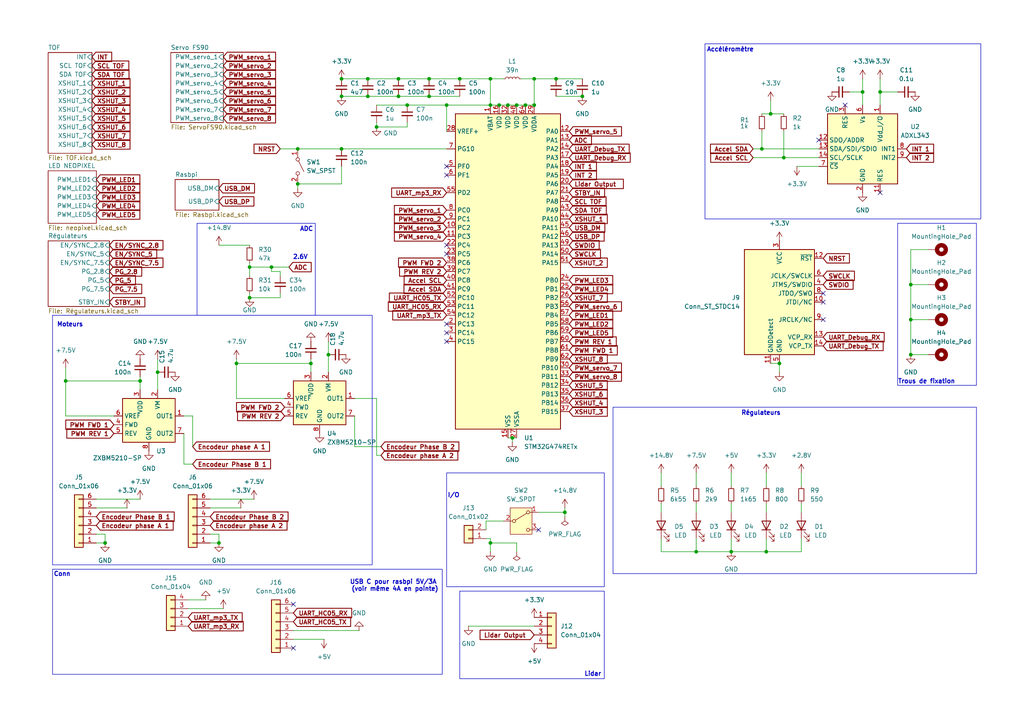
<source format=kicad_sch>
(kicad_sch (version 20250114) (generator "eeschema") (generator_version "9.0")
  (paper "A4")
  (rectangle (start 177.8 118.11) (end 283.21 166.37))
  (rectangle (start 15.24 165.1) (end 128.27 195.58))
  (rectangle (start 129.54 137.16) (end 175.26 170.18))
  (rectangle (start 260.35 64.77) (end 283.21 111.76))
  (rectangle (start 15.24 91.44) (end 107.95 163.83))
  (rectangle (start 57.15 64.77) (end 91.44 91.44))
  (rectangle (start 204.47 12.7) (end 284.48 63.5))
  (rectangle (start 133.35 171.45) (end 175.26 196.85))
  (text "Moteurs" (at 20.32 94.234 0) (effects (font (size 1.27 1.27) (thickness 0.254) (bold yes))))
  (text "Conn" (at 18.034 166.624 0) (effects (font (size 1.27 1.27) (thickness 0.254) (bold yes))))
  (text "Lidar" (at 171.958 195.58 0) (effects (font (size 1.27 1.27) (thickness 0.254) (bold yes))))
  (text "ADC" (at 88.9 66.548 0) (effects (font (size 1.27 1.27) (thickness 0.254) (bold yes))))
  (text "Trous de fixation" (at 268.732 110.744 0) (effects (font (size 1.27 1.27) (thickness 0.254) (bold yes))))
  (text "Accéléromètre\n" (at 211.836 14.478 0) (effects (font (size 1.27 1.27) (thickness 0.254) (bold yes))))
  (text "I/O" (at 131.572 143.764 0) (effects (font (size 1.27 1.27) (thickness 0.254) (bold yes))))
  (text "USB C pour rasbpi 5V/3A \n(voir même 4A en pointe)" (at 114.554 169.926 0) (effects (font (size 1.27 1.27) (thickness 0.254) (bold yes))))
  (text "Régulateurs\n" (at 220.726 119.888 0) (effects (font (size 1.27 1.27) (thickness 0.254) (bold yes))))
  (text "2.6V" (at 87.122 74.676 0) (effects (font (size 1.27 1.27) (thickness 0.254) (bold yes))))
  (junction (at 250.19 26.67))
  (junction (at 106.68 22.86))
  (junction (at 148.59 127))
  (junction (at 220.98 43.18))
  (junction (at 142.24 157.48))
  (junction (at 227.33 45.72))
  (junction (at 115.57 27.94))
  (junction (at 163.83 148.59))
  (junction (at 161.29 22.86))
  (junction (at 142.24 22.86))
  (junction (at 255.27 26.67))
  (junction (at 147.32 30.48))
  (junction (at 115.57 22.86))
  (junction (at 86.36 53.34))
  (junction (at 19.05 110.49))
  (junction (at 68.58 105.41))
  (junction (at 63.5 157.48))
  (junction (at 99.06 27.94))
  (junction (at 124.46 22.86))
  (junction (at 72.39 77.47))
  (junction (at 152.4 30.48))
  (junction (at 168.91 27.94))
  (junction (at 90.17 105.41))
  (junction (at 133.35 22.86))
  (junction (at 129.54 30.48))
  (junction (at 264.16 92.71))
  (junction (at 264.16 102.87))
  (junction (at 99.06 22.86))
  (junction (at 124.46 27.94))
  (junction (at 142.24 30.48))
  (junction (at 212.09 160.02))
  (junction (at 99.06 43.18))
  (junction (at 264.16 82.55))
  (junction (at 30.48 157.48))
  (junction (at 95.25 102.87))
  (junction (at 201.93 160.02))
  (junction (at 154.94 22.86))
  (junction (at 149.86 30.48))
  (junction (at 223.52 33.02))
  (junction (at 78.74 77.47))
  (junction (at 144.78 30.48))
  (junction (at 222.25 160.02))
  (junction (at 72.39 86.36))
  (junction (at 226.06 105.41))
  (junction (at 154.94 30.48))
  (junction (at 118.11 30.48))
  (junction (at 106.68 27.94))
  (junction (at 109.22 36.83))
  (junction (at 45.72 107.95))
  (junction (at 40.64 110.49))
  (junction (at 86.36 43.18))
  (no_connect (at 129.54 48.26))
  (no_connect (at 255.27 55.88))
  (no_connect (at 245.11 30.48))
  (no_connect (at 129.54 71.12))
  (no_connect (at 129.54 96.52))
  (no_connect (at 238.76 85.09))
  (no_connect (at 129.54 93.98))
  (no_connect (at 129.54 50.8))
  (no_connect (at 238.76 92.71))
  (no_connect (at 238.76 87.63))
  (no_connect (at 85.09 175.26))
  (no_connect (at 85.09 187.96))
  (no_connect (at 129.54 73.66))
  (no_connect (at 237.49 40.64))
  (no_connect (at 156.21 153.67))
  (no_connect (at 129.54 99.06))
  (wire (pts (xy 40.64 113.03) (xy 40.64 110.49)))
  (wire (pts (xy 109.22 30.48) (xy 118.11 30.48)))
  (wire (pts (xy 63.5 157.48) (xy 60.96 157.48)))
  (wire (pts (xy 99.06 22.86) (xy 106.68 22.86)))
  (wire (pts (xy 60.96 147.32) (xy 69.85 147.32)))
  (wire (pts (xy 154.94 22.86) (xy 161.29 22.86)))
  (wire (pts (xy 264.16 82.55) (xy 269.24 82.55)))
  (wire (pts (xy 106.68 27.94) (xy 115.57 27.94)))
  (wire (pts (xy 223.52 33.02) (xy 220.98 33.02)))
  (wire (pts (xy 149.86 30.48) (xy 152.4 30.48)))
  (wire (pts (xy 140.97 156.21) (xy 142.24 156.21)))
  (wire (pts (xy 45.72 104.14) (xy 45.72 107.95)))
  (wire (pts (xy 255.27 26.67) (xy 255.27 30.48)))
  (wire (pts (xy 222.25 160.02) (xy 212.09 160.02)))
  (wire (pts (xy 115.57 22.86) (xy 124.46 22.86)))
  (wire (pts (xy 191.77 156.21) (xy 191.77 160.02)))
  (wire (pts (xy 19.05 110.49) (xy 19.05 120.65)))
  (wire (pts (xy 232.41 156.21) (xy 232.41 160.02)))
  (wire (pts (xy 99.06 27.94) (xy 106.68 27.94)))
  (wire (pts (xy 161.29 22.86) (xy 168.91 22.86)))
  (wire (pts (xy 40.64 110.49) (xy 40.64 109.22)))
  (wire (pts (xy 144.78 30.48) (xy 147.32 30.48)))
  (wire (pts (xy 140.97 153.67) (xy 140.97 151.13)))
  (wire (pts (xy 85.09 185.42) (xy 93.98 185.42)))
  (wire (pts (xy 27.94 144.78) (xy 40.64 144.78)))
  (wire (pts (xy 156.21 148.59) (xy 163.83 148.59)))
  (wire (pts (xy 146.05 22.86) (xy 142.24 22.86)))
  (wire (pts (xy 148.59 127) (xy 149.86 127)))
  (wire (pts (xy 220.98 38.1) (xy 220.98 43.18)))
  (wire (pts (xy 220.98 43.18) (xy 237.49 43.18)))
  (wire (pts (xy 142.24 30.48) (xy 144.78 30.48)))
  (wire (pts (xy 68.58 105.41) (xy 68.58 115.57)))
  (wire (pts (xy 232.41 137.16) (xy 232.41 140.97)))
  (wire (pts (xy 72.39 77.47) (xy 72.39 80.01)))
  (wire (pts (xy 154.94 22.86) (xy 154.94 30.48)))
  (wire (pts (xy 109.22 36.83) (xy 109.22 35.56)))
  (wire (pts (xy 27.94 147.32) (xy 36.83 147.32)))
  (wire (pts (xy 124.46 22.86) (xy 133.35 22.86)))
  (wire (pts (xy 226.06 105.41) (xy 226.06 107.95)))
  (wire (pts (xy 55.88 129.54) (xy 55.88 120.65)))
  (wire (pts (xy 152.4 30.48) (xy 154.94 30.48)))
  (wire (pts (xy 140.97 151.13) (xy 146.05 151.13)))
  (wire (pts (xy 148.59 127) (xy 148.59 128.27)))
  (wire (pts (xy 231.14 48.26) (xy 237.49 48.26)))
  (wire (pts (xy 19.05 106.68) (xy 19.05 110.49)))
  (wire (pts (xy 223.52 105.41) (xy 226.06 105.41)))
  (wire (pts (xy 232.41 146.05) (xy 232.41 148.59)))
  (wire (pts (xy 149.86 157.48) (xy 142.24 157.48)))
  (wire (pts (xy 222.25 146.05) (xy 222.25 148.59)))
  (wire (pts (xy 72.39 76.2) (xy 72.39 77.47)))
  (wire (pts (xy 102.87 129.54) (xy 102.87 120.65)))
  (wire (pts (xy 124.46 27.94) (xy 133.35 27.94)))
  (wire (pts (xy 129.54 38.1) (xy 129.54 30.48)))
  (wire (pts (xy 223.52 29.21) (xy 223.52 33.02)))
  (wire (pts (xy 60.96 154.94) (xy 63.5 154.94)))
  (wire (pts (xy 133.35 22.86) (xy 142.24 22.86)))
  (wire (pts (xy 129.54 30.48) (xy 142.24 30.48)))
  (wire (pts (xy 53.34 134.62) (xy 55.88 134.62)))
  (wire (pts (xy 135.89 181.61) (xy 154.94 181.61)))
  (wire (pts (xy 163.83 148.59) (xy 163.83 147.32)))
  (wire (pts (xy 60.96 144.78) (xy 73.66 144.78)))
  (wire (pts (xy 201.93 160.02) (xy 212.09 160.02)))
  (wire (pts (xy 54.61 176.53) (xy 64.77 176.53)))
  (wire (pts (xy 250.19 22.86) (xy 250.19 26.67)))
  (wire (pts (xy 99.06 43.18) (xy 129.54 43.18)))
  (wire (pts (xy 264.16 92.71) (xy 264.16 102.87)))
  (wire (pts (xy 109.22 115.57) (xy 109.22 132.08)))
  (wire (pts (xy 246.38 26.67) (xy 250.19 26.67)))
  (wire (pts (xy 147.32 30.48) (xy 149.86 30.48)))
  (wire (pts (xy 90.17 105.41) (xy 90.17 104.14)))
  (wire (pts (xy 99.06 53.34) (xy 86.36 53.34)))
  (wire (pts (xy 106.68 22.86) (xy 115.57 22.86)))
  (wire (pts (xy 250.19 26.67) (xy 250.19 30.48)))
  (wire (pts (xy 264.16 102.87) (xy 269.24 102.87)))
  (wire (pts (xy 63.5 154.94) (xy 63.5 157.48)))
  (wire (pts (xy 161.29 27.94) (xy 168.91 27.94)))
  (wire (pts (xy 142.24 22.86) (xy 142.24 30.48)))
  (wire (pts (xy 68.58 115.57) (xy 82.55 115.57)))
  (wire (pts (xy 109.22 132.08) (xy 110.49 132.08)))
  (wire (pts (xy 255.27 22.86) (xy 255.27 26.67)))
  (wire (pts (xy 232.41 160.02) (xy 222.25 160.02)))
  (wire (pts (xy 86.36 43.18) (xy 99.06 43.18)))
  (wire (pts (xy 68.58 104.14) (xy 68.58 105.41)))
  (wire (pts (xy 151.13 22.86) (xy 154.94 22.86)))
  (wire (pts (xy 95.25 102.87) (xy 95.25 107.95)))
  (wire (pts (xy 81.28 85.09) (xy 81.28 86.36)))
  (wire (pts (xy 85.09 182.88) (xy 104.14 182.88)))
  (wire (pts (xy 72.39 86.36) (xy 72.39 85.09)))
  (wire (pts (xy 45.72 107.95) (xy 45.72 113.03)))
  (wire (pts (xy 81.28 86.36) (xy 72.39 86.36)))
  (wire (pts (xy 81.28 80.01) (xy 81.28 78.74)))
  (wire (pts (xy 191.77 160.02) (xy 201.93 160.02)))
  (wire (pts (xy 95.25 99.06) (xy 95.25 102.87)))
  (wire (pts (xy 218.44 45.72) (xy 227.33 45.72)))
  (wire (pts (xy 78.74 77.47) (xy 72.39 77.47)))
  (wire (pts (xy 149.86 160.02) (xy 149.86 157.48)))
  (wire (pts (xy 163.83 148.59) (xy 163.83 149.86)))
  (wire (pts (xy 201.93 146.05) (xy 201.93 148.59)))
  (wire (pts (xy 90.17 107.95) (xy 90.17 105.41)))
  (wire (pts (xy 27.94 154.94) (xy 30.48 154.94)))
  (wire (pts (xy 55.88 120.65) (xy 53.34 120.65)))
  (wire (pts (xy 83.82 77.47) (xy 78.74 77.47)))
  (wire (pts (xy 191.77 146.05) (xy 191.77 148.59)))
  (wire (pts (xy 264.16 72.39) (xy 264.16 82.55)))
  (wire (pts (xy 264.16 82.55) (xy 264.16 92.71)))
  (wire (pts (xy 227.33 45.72) (xy 237.49 45.72)))
  (wire (pts (xy 68.58 105.41) (xy 90.17 105.41)))
  (wire (pts (xy 218.44 43.18) (xy 220.98 43.18)))
  (wire (pts (xy 118.11 36.83) (xy 109.22 36.83)))
  (wire (pts (xy 19.05 120.65) (xy 33.02 120.65)))
  (wire (pts (xy 63.5 71.12) (xy 72.39 71.12)))
  (wire (pts (xy 53.34 125.73) (xy 53.34 134.62)))
  (wire (pts (xy 212.09 137.16) (xy 212.09 140.97)))
  (wire (pts (xy 191.77 137.16) (xy 191.77 140.97)))
  (wire (pts (xy 99.06 48.26) (xy 99.06 53.34)))
  (wire (pts (xy 110.49 129.54) (xy 102.87 129.54)))
  (wire (pts (xy 201.93 137.16) (xy 201.93 140.97)))
  (wire (pts (xy 201.93 156.21) (xy 201.93 160.02)))
  (wire (pts (xy 81.28 43.18) (xy 86.36 43.18)))
  (wire (pts (xy 222.25 156.21) (xy 222.25 160.02)))
  (wire (pts (xy 86.36 54.61) (xy 86.36 53.34)))
  (wire (pts (xy 147.32 127) (xy 148.59 127)))
  (wire (pts (xy 264.16 72.39) (xy 269.24 72.39)))
  (wire (pts (xy 30.48 157.48) (xy 27.94 157.48)))
  (wire (pts (xy 54.61 173.99) (xy 59.69 173.99)))
  (wire (pts (xy 142.24 157.48) (xy 142.24 160.02)))
  (wire (pts (xy 115.57 27.94) (xy 124.46 27.94)))
  (wire (pts (xy 30.48 154.94) (xy 30.48 157.48)))
  (wire (pts (xy 78.74 78.74) (xy 78.74 77.47)))
  (wire (pts (xy 223.52 33.02) (xy 227.33 33.02)))
  (wire (pts (xy 19.05 110.49) (xy 40.64 110.49)))
  (wire (pts (xy 212.09 156.21) (xy 212.09 160.02)))
  (wire (pts (xy 142.24 156.21) (xy 142.24 157.48)))
  (wire (pts (xy 222.25 137.16) (xy 222.25 140.97)))
  (wire (pts (xy 212.09 146.05) (xy 212.09 148.59)))
  (wire (pts (xy 255.27 26.67) (xy 260.35 26.67)))
  (wire (pts (xy 264.16 92.71) (xy 269.24 92.71)))
  (wire (pts (xy 118.11 35.56) (xy 118.11 36.83)))
  (wire (pts (xy 118.11 30.48) (xy 129.54 30.48)))
  (wire (pts (xy 102.87 115.57) (xy 109.22 115.57)))
  (wire (pts (xy 81.28 78.74) (xy 78.74 78.74)))
  (wire (pts (xy 227.33 38.1) (xy 227.33 45.72)))
  (global_label "PWM_servo_8" (shape input) (at 64.77 34.29 0) (effects (font (thickness 0.254) (bold yes))) (property "Intersheetrefs" "${INTERSHEET_REFS}" (effects (hide yes))))
  (global_label "SDA TOF" (shape input) (at 26.67 21.59 0) (effects (font (thickness 0.254) (bold yes))) (property "Intersheetrefs" "${INTERSHEET_REFS}" (effects (hide yes))))
  (global_label "STBY_IN" (shape input) (at 165.1 55.88 0) (effects (font (thickness 0.254) (bold yes))) (property "Intersheetrefs" "${INTERSHEET_REFS}" (effects (hide yes))))
  (global_label "Accel SCL" (shape input) (at 129.54 81.28 180) (effects (font (thickness 0.254) (bold yes))) (property "Intersheetrefs" "${INTERSHEET_REFS}" (effects (hide yes))))
  (global_label "INT 2" (shape input) (at 165.1 50.8 0) (effects (font (thickness 0.254) (bold yes))) (property "Intersheetrefs" "${INTERSHEET_REFS}" (effects (hide yes))))
  (global_label "INT" (shape input) (at 26.67 16.51 0) (effects (font (thickness 0.254) (bold yes))) (property "Intersheetrefs" "${INTERSHEET_REFS}" (effects (hide yes))))
  (global_label "USB_DM" (shape input) (at 165.1 66.04 0) (effects (font (thickness 0.254) (bold yes))) (property "Intersheetrefs" "${INTERSHEET_REFS}" (effects (hide yes))))
  (global_label "PWM FWD 2" (shape input) (at 129.54 76.2 180) (effects (font (thickness 0.254) (bold yes))) (property "Intersheetrefs" "${INTERSHEET_REFS}" (effects (hide yes))))
  (global_label "PWM_servo_6" (shape input) (at 165.1 88.9 0) (effects (font (thickness 0.254) (bold yes))) (property "Intersheetrefs" "${INTERSHEET_REFS}" (effects (hide yes))))
  (global_label "Encodeur phase A 2" (shape input) (at 60.96 152.4 0) (effects (font (thickness 0.254) (bold yes))) (property "Intersheetrefs" "${INTERSHEET_REFS}" (effects (hide yes))))
  (global_label "INT 2" (shape input) (at 262.89 45.72 0) (effects (font (thickness 0.254) (bold yes))) (property "Intersheetrefs" "${INTERSHEET_REFS}" (effects (hide yes))))
  (global_label "Accel SCL" (shape input) (at 218.44 45.72 180) (effects (font (thickness 0.254) (bold yes))) (property "Intersheetrefs" "${INTERSHEET_REFS}" (effects (hide yes))))
  (global_label "Encodeur Phase B 1" (shape input) (at 27.94 149.86 0) (effects (font (thickness 0.254) (bold yes))) (property "Intersheetrefs" "${INTERSHEET_REFS}" (effects (hide yes))))
  (global_label "PWM_LED3" (shape input) (at 27.94 57.15 0) (effects (font (thickness 0.254) (bold yes))) (property "Intersheetrefs" "${INTERSHEET_REFS}" (effects (hide yes))))
  (global_label "ADC" (shape input) (at 83.82 77.47 0) (effects (font (thickness 0.254) (bold yes))) (property "Intersheetrefs" "${INTERSHEET_REFS}" (effects (hide yes))))
  (global_label "PG_2.8" (shape input) (at 31.75 78.74 0) (effects (font (thickness 0.254) (bold yes))) (property "Intersheetrefs" "${INTERSHEET_REFS}" (effects (hide yes))))
  (global_label "ADC" (shape input) (at 165.1 40.64 0) (effects (font (thickness 0.254) (bold yes))) (property "Intersheetrefs" "${INTERSHEET_REFS}" (effects (hide yes))))
  (global_label "EN{slash}SYNC_5" (shape input) (at 31.75 73.66 0) (effects (font (thickness 0.254) (bold yes))) (property "Intersheetrefs" "${INTERSHEET_REFS}" (effects (hide yes))))
  (global_label "SWDIO" (shape input) (at 165.1 71.12 0) (effects (font (thickness 0.254) (bold yes))) (property "Intersheetrefs" "${INTERSHEET_REFS}" (effects (hide yes))))
  (global_label "UART_Debug_RX" (shape input) (at 165.1 45.72 0) (effects (font (thickness 0.254) (bold yes))) (property "Intersheetrefs" "${INTERSHEET_REFS}" (effects (hide yes))))
  (global_label "UART_Debug_RX" (shape input) (at 238.76 97.79 0) (effects (font (thickness 0.254) (bold yes))) (property "Intersheetrefs" "${INTERSHEET_REFS}" (effects (hide yes))))
  (global_label "PWM FWD 2" (shape input) (at 82.55 118.11 180) (effects (font (thickness 0.254) (bold yes))) (property "Intersheetrefs" "${INTERSHEET_REFS}" (effects (hide yes))))
  (global_label "PWM FWD 1" (shape input) (at 33.02 123.19 180) (effects (font (thickness 0.254) (bold yes))) (property "Intersheetrefs" "${INTERSHEET_REFS}" (effects (hide yes))))
  (global_label "USB_DP" (shape input) (at 63.5 58.42 0) (effects (font (thickness 0.254) (bold yes))) (property "Intersheetrefs" "${INTERSHEET_REFS}" (effects (hide yes))))
  (global_label "UART_HC05_TX" (shape input) (at 85.09 180.34 0) (effects (font (thickness 0.254) (bold yes))) (property "Intersheetrefs" "${INTERSHEET_REFS}" (effects (hide yes))))
  (global_label "PWM_LED1" (shape input) (at 165.1 91.44 0) (effects (font (thickness 0.254) (bold yes))) (property "Intersheetrefs" "${INTERSHEET_REFS}" (effects (hide yes))))
  (global_label "INT 1" (shape input) (at 165.1 48.26 0) (effects (font (thickness 0.254) (bold yes))) (property "Intersheetrefs" "${INTERSHEET_REFS}" (effects (hide yes))))
  (global_label "XSHUT_3" (shape input) (at 165.1 119.38 0) (effects (font (thickness 0.254) (bold yes))) (property "Intersheetrefs" "${INTERSHEET_REFS}" (effects (hide yes))))
  (global_label "Accel SDA" (shape input) (at 218.44 43.18 180) (effects (font (thickness 0.254) (bold yes))) (property "Intersheetrefs" "${INTERSHEET_REFS}" (effects (hide yes))))
  (global_label "PWM_LED5" (shape input) (at 27.94 62.23 0) (effects (font (thickness 0.254) (bold yes))) (property "Intersheetrefs" "${INTERSHEET_REFS}" (effects (hide yes))))
  (global_label "PWM_servo_7" (shape input) (at 64.77 31.75 0) (effects (font (thickness 0.254) (bold yes))) (property "Intersheetrefs" "${INTERSHEET_REFS}" (effects (hide yes))))
  (global_label "PWM_servo_7" (shape input) (at 165.1 106.68 0) (effects (font (thickness 0.254) (bold yes))) (property "Intersheetrefs" "${INTERSHEET_REFS}" (effects (hide yes))))
  (global_label "Accel SDA" (shape input) (at 129.54 83.82 180) (effects (font (thickness 0.254) (bold yes))) (property "Intersheetrefs" "${INTERSHEET_REFS}" (effects (hide yes))))
  (global_label "PWM_servo_1" (shape input) (at 129.54 60.96 180) (effects (font (thickness 0.254) (bold yes))) (property "Intersheetrefs" "${INTERSHEET_REFS}" (effects (hide yes))))
  (global_label "PWM REV 1" (shape input) (at 33.02 125.73 180) (effects (font (thickness 0.254) (bold yes))) (property "Intersheetrefs" "${INTERSHEET_REFS}" (effects (hide yes))))
  (global_label "Encodeur Phase B 2" (shape input) (at 60.96 149.86 0) (effects (font (thickness 0.254) (bold yes))) (property "Intersheetrefs" "${INTERSHEET_REFS}" (effects (hide yes))))
  (global_label "USB_DP" (shape input) (at 165.1 68.58 0) (effects (font (thickness 0.254) (bold yes))) (property "Intersheetrefs" "${INTERSHEET_REFS}" (effects (hide yes))))
  (global_label "PWM_servo_2" (shape input) (at 129.54 63.5 180) (effects (font (thickness 0.254) (bold yes))) (property "Intersheetrefs" "${INTERSHEET_REFS}" (effects (hide yes))))
  (global_label "XSHUT_6" (shape input) (at 26.67 36.83 0) (effects (font (thickness 0.254) (bold yes))) (property "Intersheetrefs" "${INTERSHEET_REFS}" (effects (hide yes))))
  (global_label "PWM_servo_4" (shape input) (at 129.54 68.58 180) (effects (font (thickness 0.254) (bold yes))) (property "Intersheetrefs" "${INTERSHEET_REFS}" (effects (hide yes))))
  (global_label "PWM_LED5" (shape input) (at 165.1 96.52 0) (effects (font (thickness 0.254) (bold yes))) (property "Intersheetrefs" "${INTERSHEET_REFS}" (effects (hide yes))))
  (global_label "PWM FWD 1" (shape input) (at 165.1 101.6 0) (effects (font (thickness 0.254) (bold yes))) (property "Intersheetrefs" "${INTERSHEET_REFS}" (effects (hide yes))))
  (global_label "PWM REV 2" (shape input) (at 82.55 120.65 180) (effects (font (thickness 0.254) (bold yes))) (property "Intersheetrefs" "${INTERSHEET_REFS}" (effects (hide yes))))
  (global_label "UART_mp3_TX" (shape input) (at 129.54 91.44 180) (effects (font (thickness 0.254) (bold yes))) (property "Intersheetrefs" "${INTERSHEET_REFS}" (effects (hide yes))))
  (global_label "UART_HC05_RX" (shape input) (at 129.54 88.9 180) (effects (font (thickness 0.254) (bold yes))) (property "Intersheetrefs" "${INTERSHEET_REFS}" (effects (hide yes))))
  (global_label "UART_mp3_RX" (shape input) (at 54.61 181.61 0) (effects (font (thickness 0.254) (bold yes))) (property "Intersheetrefs" "${INTERSHEET_REFS}" (effects (hide yes))))
  (global_label "PWM_LED4" (shape input) (at 165.1 83.82 0) (effects (font (thickness 0.254) (bold yes))) (property "Intersheetrefs" "${INTERSHEET_REFS}" (effects (hide yes))))
  (global_label "UART_Debug_TX" (shape input) (at 165.1 43.18 0) (effects (font (thickness 0.254) (bold yes))) (property "Intersheetrefs" "${INTERSHEET_REFS}" (effects (hide yes))))
  (global_label "UART_HC05_TX" (shape input) (at 129.54 86.36 180) (effects (font (thickness 0.254) (bold yes))) (property "Intersheetrefs" "${INTERSHEET_REFS}" (effects (hide yes))))
  (global_label "PWM REV 1" (shape input) (at 165.1 99.06 0) (effects (font (thickness 0.254) (bold yes))) (property "Intersheetrefs" "${INTERSHEET_REFS}" (effects (hide yes))))
  (global_label "PWM_LED3" (shape input) (at 165.1 81.28 0) (effects (font (thickness 0.254) (bold yes))) (property "Intersheetrefs" "${INTERSHEET_REFS}" (effects (hide yes))))
  (global_label "PWM_LED2" (shape input) (at 27.94 54.61 0) (effects (font (thickness 0.254) (bold yes))) (property "Intersheetrefs" "${INTERSHEET_REFS}" (effects (hide yes))))
  (global_label "XSHUT_1" (shape input) (at 165.1 63.5 0) (effects (font (thickness 0.254) (bold yes))) (property "Intersheetrefs" "${INTERSHEET_REFS}" (effects (hide yes))))
  (global_label "XSHUT_3" (shape input) (at 26.67 29.21 0) (effects (font (thickness 0.254) (bold yes))) (property "Intersheetrefs" "${INTERSHEET_REFS}" (effects (hide yes))))
  (global_label "SCL TOF" (shape input) (at 26.67 19.05 0) (effects (font (thickness 0.254) (bold yes))) (property "Intersheetrefs" "${INTERSHEET_REFS}" (effects (hide yes))))
  (global_label "XSHUT_5" (shape input) (at 26.67 34.29 0) (effects (font (thickness 0.254) (bold yes))) (property "Intersheetrefs" "${INTERSHEET_REFS}" (effects (hide yes))))
  (global_label "PWM_servo_3" (shape input) (at 129.54 66.04 180) (effects (font (thickness 0.254) (bold yes))) (property "Intersheetrefs" "${INTERSHEET_REFS}" (effects (hide yes))))
  (global_label "PG_5" (shape input) (at 31.75 81.28 0) (effects (font (thickness 0.254) (bold yes))) (property "Intersheetrefs" "${INTERSHEET_REFS}" (effects (hide yes))))
  (global_label "USB_DM" (shape input) (at 63.5 54.61 0) (effects (font (thickness 0.254) (bold yes))) (property "Intersheetrefs" "${INTERSHEET_REFS}" (effects (hide yes))))
  (global_label "PWM_LED1" (shape input) (at 27.94 52.07 0) (effects (font (thickness 0.254) (bold yes))) (property "Intersheetrefs" "${INTERSHEET_REFS}" (effects (hide yes))))
  (global_label "Encodeur phase A 1" (shape input) (at 55.88 129.54 0) (effects (font (thickness 0.254) (bold yes))) (property "Intersheetrefs" "${INTERSHEET_REFS}" (effects (hide yes))))
  (global_label "Encodeur Phase B 1" (shape input) (at 55.88 134.62 0) (effects (font (thickness 0.254) (bold yes))) (property "Intersheetrefs" "${INTERSHEET_REFS}" (effects (hide yes))))
  (global_label "XSHUT_6" (shape input) (at 165.1 114.3 0) (effects (font (thickness 0.254) (bold yes))) (property "Intersheetrefs" "${INTERSHEET_REFS}" (effects (hide yes))))
  (global_label "PWM_servo_1" (shape input) (at 64.77 16.51 0) (effects (font (thickness 0.254) (bold yes))) (property "Intersheetrefs" "${INTERSHEET_REFS}" (effects (hide yes))))
  (global_label "PWM_servo_2" (shape input) (at 64.77 19.05 0) (effects (font (thickness 0.254) (bold yes))) (property "Intersheetrefs" "${INTERSHEET_REFS}" (effects (hide yes))))
  (global_label "PG_7.5" (shape input) (at 31.75 83.82 0) (effects (font (thickness 0.254) (bold yes))) (property "Intersheetrefs" "${INTERSHEET_REFS}" (effects (hide yes))))
  (global_label "PWM REV 2" (shape input) (at 129.54 78.74 180) (effects (font (thickness 0.254) (bold yes))) (property "Intersheetrefs" "${INTERSHEET_REFS}" (effects (hide yes))))
  (global_label "PWM_LED2" (shape input) (at 165.1 93.98 0) (effects (font (thickness 0.254) (bold yes))) (property "Intersheetrefs" "${INTERSHEET_REFS}" (effects (hide yes))))
  (global_label "XSHUT_4" (shape input) (at 26.67 31.75 0) (effects (font (thickness 0.254) (bold yes))) (property "Intersheetrefs" "${INTERSHEET_REFS}" (effects (hide yes))))
  (global_label "PWM_LED4" (shape input) (at 27.94 59.69 0) (effects (font (thickness 0.254) (bold yes))) (property "Intersheetrefs" "${INTERSHEET_REFS}" (effects (hide yes))))
  (global_label "PWM_servo_5" (shape input) (at 64.77 26.67 0) (effects (font (thickness 0.254) (bold yes))) (property "Intersheetrefs" "${INTERSHEET_REFS}" (effects (hide yes))))
  (global_label "EN{slash}SYNC_2.8" (shape input) (at 31.75 71.12 0) (effects (font (thickness 0.254) (bold yes))) (property "Intersheetrefs" "${INTERSHEET_REFS}" (effects (hide yes))))
  (global_label "SWDIO" (shape input) (at 238.76 82.55 0) (effects (font (thickness 0.254) (bold yes))) (property "Intersheetrefs" "${INTERSHEET_REFS}" (effects (hide yes))))
  (global_label "Encodeur Phase B 2" (shape input) (at 110.49 129.54 0) (effects (font (thickness 0.254) (bold yes))) (property "Intersheetrefs" "${INTERSHEET_REFS}" (effects (hide yes))))
  (global_label "INT 1" (shape input) (at 262.89 43.18 0) (effects (font (thickness 0.254) (bold yes))) (property "Intersheetrefs" "${INTERSHEET_REFS}" (effects (hide yes))))
  (global_label "XSHUT_7" (shape input) (at 26.67 39.37 0) (effects (font (thickness 0.254) (bold yes))) (property "Intersheetrefs" "${INTERSHEET_REFS}" (effects (hide yes))))
  (global_label "XSHUT_2" (shape input) (at 165.1 76.2 0) (effects (font (thickness 0.254) (bold yes))) (property "Intersheetrefs" "${INTERSHEET_REFS}" (effects (hide yes))))
  (global_label "XSHUT_4" (shape input) (at 165.1 116.84 0) (effects (font (thickness 0.254) (bold yes))) (property "Intersheetrefs" "${INTERSHEET_REFS}" (effects (hide yes))))
  (global_label "SDA TOF" (shape input) (at 165.1 60.96 0) (effects (font (thickness 0.254) (bold yes))) (property "Intersheetrefs" "${INTERSHEET_REFS}" (effects (hide yes))))
  (global_label "Lidar Output " (shape input) (at 165.1 53.34 0) (effects (font (thickness 0.254) (bold yes))) (property "Intersheetrefs" "${INTERSHEET_REFS}" (effects (hide yes))))
  (global_label "UART_mp3_RX" (shape input) (at 129.54 55.88 180) (effects (font (thickness 0.254) (bold yes))) (property "Intersheetrefs" "${INTERSHEET_REFS}" (effects (hide yes))))
  (global_label "UART_HC05_RX" (shape input) (at 85.09 177.8 0) (effects (font (thickness 0.254) (bold yes))) (property "Intersheetrefs" "${INTERSHEET_REFS}" (effects (hide yes))))
  (global_label "SCL TOF" (shape input) (at 165.1 58.42 0) (effects (font (thickness 0.254) (bold yes))) (property "Intersheetrefs" "${INTERSHEET_REFS}" (effects (hide yes))))
  (global_label "Encodeur phase A 1" (shape input) (at 27.94 152.4 0) (effects (font (thickness 0.254) (bold yes))) (property "Intersheetrefs" "${INTERSHEET_REFS}" (effects (hide yes))))
  (global_label "Lidar Output " (shape input) (at 154.94 184.15 180) (effects (font (thickness 0.254) (bold yes))) (property "Intersheetrefs" "${INTERSHEET_REFS}" (effects (hide yes))))
  (global_label "XSHUT_7" (shape input) (at 165.1 86.36 0) (effects (font (thickness 0.254) (bold yes))) (property "Intersheetrefs" "${INTERSHEET_REFS}" (effects (hide yes))))
  (global_label "XSHUT_5" (shape input) (at 165.1 111.76 0) (effects (font (thickness 0.254) (bold yes))) (property "Intersheetrefs" "${INTERSHEET_REFS}" (effects (hide yes))))
  (global_label "EN{slash}SYNC_7.5" (shape input) (at 31.75 76.2 0) (effects (font (thickness 0.254) (bold yes))) (property "Intersheetrefs" "${INTERSHEET_REFS}" (effects (hide yes))))
  (global_label "XSHUT_8" (shape input) (at 165.1 104.14 0) (effects (font (thickness 0.254) (bold yes))) (property "Intersheetrefs" "${INTERSHEET_REFS}" (effects (hide yes))))
  (global_label "SWCLK" (shape input) (at 165.1 73.66 0) (effects (font (thickness 0.254) (bold yes))) (property "Intersheetrefs" "${INTERSHEET_REFS}" (effects (hide yes))))
  (global_label "PWM_servo_6" (shape input) (at 64.77 29.21 0) (effects (font (thickness 0.254) (bold yes))) (property "Intersheetrefs" "${INTERSHEET_REFS}" (effects (hide yes))))
  (global_label "PWM_servo_5" (shape input) (at 165.1 38.1 0) (effects (font (thickness 0.254) (bold yes))) (property "Intersheetrefs" "${INTERSHEET_REFS}" (effects (hide yes))))
  (global_label "SWCLK" (shape input) (at 238.76 80.01 0) (effects (font (thickness 0.254) (bold yes))) (property "Intersheetrefs" "${INTERSHEET_REFS}" (effects (hide yes))))
  (global_label "PWM_servo_4" (shape input) (at 64.77 24.13 0) (effects (font (thickness 0.254) (bold yes))) (property "Intersheetrefs" "${INTERSHEET_REFS}" (effects (hide yes))))
  (global_label "XSHUT_2" (shape input) (at 26.67 26.67 0) (effects (font (thickness 0.254) (bold yes))) (property "Intersheetrefs" "${INTERSHEET_REFS}" (effects (hide yes))))
  (global_label "Encodeur phase A 2" (shape input) (at 110.49 132.08 0) (effects (font (thickness 0.254) (bold yes))) (property "Intersheetrefs" "${INTERSHEET_REFS}" (effects (hide yes))))
  (global_label "STBY_IN" (shape input) (at 31.75 87.63 0) (effects (font (thickness 0.254) (bold yes))) (property "Intersheetrefs" "${INTERSHEET_REFS}" (effects (hide yes))))
  (global_label "UART_mp3_TX" (shape input) (at 54.61 179.07 0) (effects (font (thickness 0.254) (bold yes))) (property "Intersheetrefs" "${INTERSHEET_REFS}" (effects (hide yes))))
  (global_label "NRST" (shape input) (at 238.76 74.93 0) (effects (font (thickness 0.254) (bold yes))) (property "Intersheetrefs" "${INTERSHEET_REFS}" (effects (hide yes))))
  (global_label "XSHUT_1" (shape input) (at 26.67 24.13 0) (effects (font (thickness 0.254) (bold yes))) (property "Intersheetrefs" "${INTERSHEET_REFS}" (effects (hide yes))))
  (global_label "XSHUT_8" (shape input) (at 26.67 41.91 0) (effects (font (thickness 0.254) (bold yes))) (property "Intersheetrefs" "${INTERSHEET_REFS}" (effects (hide yes))))
  (global_label "NRST" (shape input) (at 81.28 43.18 180) (effects (font (thickness 0.254) (bold yes))) (property "Intersheetrefs" "${INTERSHEET_REFS}" (effects (hide yes))))
  (global_label "PWM_servo_3" (shape input) (at 64.77 21.59 0) (effects (font (thickness 0.254) (bold yes))) (property "Intersheetrefs" "${INTERSHEET_REFS}" (effects (hide yes))))
  (global_label "UART_Debug_TX" (shape input) (at 238.76 100.33 0) (effects (font (thickness 0.254) (bold yes))) (property "Intersheetrefs" "${INTERSHEET_REFS}" (effects (hide yes))))
  (global_label "PWM_servo_8" (shape input) (at 165.1 109.22 0) (effects (font (thickness 0.254) (bold yes))) (property "Intersheetrefs" "${INTERSHEET_REFS}" (effects (hide yes))))
  (symbol (lib_id "Mechanical:MountingHole_Pad") (at 271.78 82.55 270) (mirror x) (unit 1)
    (property "Reference" "H2" (at 273.05 76.2 90))
    (property "Value" "MountingHole_Pad" (at 273.05 78.74 90))
    (property "Footprint" "MountingHole:MountingHole_3.2mm_M3_Pad_Via" (effects (hide yes)))
    (property "Description" "Mounting Hole with connection" (effects (hide yes)))
  )
  (symbol (lib_id "Device:C_Small") (at 97.79 102.87 270) (unit 1)
    (property "Reference" "C18" (at 96.5135 100.33 0) (effects (justify right)))
    (property "Value" "4.7u" (at 99.0535 100.33 0) (effects (justify right)))
    (property "Footprint" "Capacitor_SMD:C_0603_1608Metric" (effects (hide yes)))
    (property "Description" "Unpolarized capacitor, small symbol" (effects (hide yes)))
  )
  (symbol (lib_id "Device:L_Small") (at 148.59 22.86 90) (unit 1)
    (property "Reference" "L1" (at 148.59 17.78 90))
    (property "Value" "39n" (at 148.59 20.32 90))
    (property "Footprint" "Capacitor_SMD:C_0402_1005Metric_Pad0.74x0.62mm_HandSolder" (effects (hide yes)))
    (property "Description" "Inductor, small symbol" (effects (hide yes)))
  )
  (symbol (lib_id "Device:C_Small") (at 115.57 25.4 0) (unit 1)
    (property "Reference" "C3" (at 118.11 24.1362 0) (effects (justify left)))
    (property "Value" "100n" (at 118.11 26.6762 0) (effects (justify left)))
    (property "Footprint" "Capacitor_SMD:C_0402_1005Metric" (effects (hide yes)))
    (property "Description" "Unpolarized capacitor, small symbol" (effects (hide yes)))
  )
  (symbol (lib_id "Device:C_Small") (at 118.11 33.02 0) (unit 1)
    (property "Reference" "C7" (at 120.65 31.7562 0) (effects (justify left)))
    (property "Value" "100n" (at 120.65 34.2962 0) (effects (justify left)))
    (property "Footprint" "Capacitor_SMD:C_0402_1005Metric" (effects (hide yes)))
    (property "Description" "Unpolarized capacitor, small symbol" (effects (hide yes)))
  )
  (symbol (lib_id "power:GND") (at 86.36 54.61 0) (unit 1)
    (property "Reference" "#PWR05" (effects (hide yes)))
    (property "Value" "GND" (at 86.36 59.69 0))
    (property "Description" "Power symbol creates a global label with name \"GND\" , ground" (effects (hide yes)))
  )
  (symbol (lib_id "Device:R_Small") (at 232.41 143.51 0) (unit 1)
    (property "Reference" "R9" (at 234.95 142.2399 0) (effects (justify left)))
    (property "Value" "550" (at 234.95 144.7799 0) (effects (justify left)))
    (property "Footprint" "Resistor_SMD:R_0402_1005Metric" (effects (hide yes)))
    (property "Description" "Resistor, small symbol" (effects (hide yes)))
  )
  (symbol (lib_id "Device:R_Small") (at 72.39 82.55 0) (unit 1)
    (property "Reference" "R31" (at 74.93 81.2799 0) (effects (justify left)))
    (property "Value" "10k" (at 74.93 83.8199 0) (effects (justify left)))
    (property "Footprint" "Resistor_SMD:R_0402_1005Metric" (effects (hide yes)))
    (property "Description" "Resistor, small symbol" (effects (hide yes)))
  )
  (symbol (lib_id "power:+5V") (at 201.93 137.16 0) (unit 1)
    (property "Reference" "#PWR067" (effects (hide yes)))
    (property "Value" "+7.5V" (at 201.93 132.08 0))
    (property "Description" "Power symbol creates a global label with name \"+5V\"" (effects (hide yes)))
  )
  (symbol (lib_id "Device:C_Small") (at 109.22 33.02 0) (unit 1)
    (property "Reference" "C6" (at 111.76 31.7562 0) (effects (justify left)))
    (property "Value" "1u" (at 111.76 34.2962 0) (effects (justify left)))
    (property "Footprint" "Capacitor_SMD:C_0603_1608Metric" (effects (hide yes)))
    (property "Description" "Unpolarized capacitor, small symbol" (effects (hide yes)))
  )
  (symbol (lib_id "power:GND") (at 135.89 181.61 0) (unit 1)
    (property "Reference" "#PWR037" (effects (hide yes)))
    (property "Value" "GND" (at 135.89 186.69 0))
    (property "Description" "Power symbol creates a global label with name \"GND\" , ground" (effects (hide yes)))
  )
  (symbol (lib_id "Device:C_Small") (at 99.06 25.4 0) (unit 1)
    (property "Reference" "C1" (at 101.6 24.1362 0) (effects (justify left)))
    (property "Value" "4u7" (at 101.6 26.6762 0) (effects (justify left)))
    (property "Footprint" "Capacitor_SMD:C_0603_1608Metric" (effects (hide yes)))
    (property "Description" "Unpolarized capacitor, small symbol" (effects (hide yes)))
  )
  (symbol (lib_id "Device:C_Small") (at 48.26 107.95 270) (unit 1)
    (property "Reference" "C15" (at 46.9835 105.41 0) (effects (justify right)))
    (property "Value" "4.7u" (at 49.5235 105.41 0) (effects (justify right)))
    (property "Footprint" "Capacitor_SMD:C_0603_1608Metric" (effects (hide yes)))
    (property "Description" "Unpolarized capacitor, small symbol" (effects (hide yes)))
  )
  (symbol (lib_id "power:+3.3V") (at 232.41 137.16 0) (unit 1)
    (property "Reference" "#PWR066" (effects (hide yes)))
    (property "Value" "+2.8V" (at 232.41 132.08 0))
    (property "Description" "Power symbol creates a global label with name \"+3.3V\"" (effects (hide yes)))
  )
  (symbol (lib_id "Device:R_Small") (at 227.33 35.56 0) (unit 1)
    (property "Reference" "R2" (at 229.87 34.2899 0) (effects (justify left)))
    (property "Value" "1k" (at 229.87 36.8299 0) (effects (justify left)))
    (property "Footprint" "Resistor_SMD:R_0402_1005Metric" (effects (hide yes)))
    (property "Description" "Resistor, small symbol" (effects (hide yes)))
  )
  (symbol (lib_id "MCU_ST_STM32G4:STM32G474RETx") (at 147.32 78.74 0) (unit 1)
    (property "Reference" "U1" (at 152.0033 127 0) (effects (justify left)))
    (property "Value" "STM32G474RETx" (at 152.0033 129.54 0) (effects (justify left)))
    (property "Footprint" "Package_QFP:LQFP-64_10x10mm_P0.5mm" (effects (hide yes)))
    (property "Datasheet" "https://www.st.com/resource/en/datasheet/stm32g474re.pdf" (effects (hide yes)))
    (property "Description" "STMicroelectronics Arm Cortex-M4 MCU, 512KB flash, 128KB RAM, 170 MHz, 1.71-3.6V, 52 GPIO, LQFP64" (effects (hide yes)))
  )
  (symbol (lib_id "power:+7.5V") (at 45.72 104.14 0) (unit 1)
    (property "Reference" "#PWR0122" (effects (hide yes)))
    (property "Value" "+7.5V" (at 45.72 99.06 0))
    (property "Description" "Power symbol creates a global label with name \"+7.5V\"" (effects (hide yes)))
  )
  (symbol (lib_id "power:+12V") (at 63.5 71.12 0) (unit 1)
    (property "Reference" "#PWR0112" (effects (hide yes)))
    (property "Value" "+14.8V" (at 63.5 66.04 0))
    (property "Description" "Power symbol creates a global label with name \"+12V\"" (effects (hide yes)))
  )
  (symbol (lib_id "Device:R_Small") (at 72.39 73.66 0) (unit 1)
    (property "Reference" "R30" (at 74.93 72.3899 0) (effects (justify left)))
    (property "Value" "47k" (at 74.93 74.9299 0) (effects (justify left)))
    (property "Footprint" "Resistor_SMD:R_0402_1005Metric" (effects (hide yes)))
    (property "Description" "Resistor, small symbol" (effects (hide yes)))
  )
  (symbol (lib_id "power:+3.3V") (at 36.83 147.32 0) (unit 1)
    (property "Reference" "#PWR026" (effects (hide yes)))
    (property "Value" "+3.3V" (at 36.83 142.24 0))
    (property "Description" "Power symbol creates a global label with name \"+3.3V\"" (effects (hide yes)))
  )
  (symbol (lib_id "power:GND") (at 63.5 157.48 0) (unit 1)
    (property "Reference" "#PWR029" (effects (hide yes)))
    (property "Value" "GND" (at 63.5 162.56 0))
    (property "Description" "Power symbol creates a global label with name \"GND\" , ground" (effects (hide yes)))
  )
  (symbol (lib_id "power:+7.5V") (at 68.58 104.14 0) (unit 1)
    (property "Reference" "#PWR032" (effects (hide yes)))
    (property "Value" "+7.5V" (at 68.58 99.06 0))
    (property "Description" "Power symbol creates a global label with name \"+7.5V\"" (effects (hide yes)))
  )
  (symbol (lib_id "power:+7.5V") (at 95.25 99.06 0) (unit 1)
    (property "Reference" "#PWR0123" (effects (hide yes)))
    (property "Value" "+7.5V" (at 95.25 93.98 0))
    (property "Description" "Power symbol creates a global label with name \"+7.5V\"" (effects (hide yes)))
  )
  (symbol (lib_id "power:GND") (at 72.39 86.36 0) (unit 1)
    (property "Reference" "#PWR0113" (effects (hide yes)))
    (property "Value" "GND" (at 72.39 89.916 0))
    (property "Description" "Power symbol creates a global label with name \"GND\" , ground" (effects (hide yes)))
  )
  (symbol (lib_id "power:+3.3V") (at 154.94 179.07 0) (unit 1)
    (property "Reference" "#PWR038" (effects (hide yes)))
    (property "Value" "+3.3V" (at 154.94 173.99 0))
    (property "Description" "Power symbol creates a global label with name \"+3.3V\"" (effects (hide yes)))
  )
  (symbol (lib_id "power:GND") (at 226.06 107.95 0) (unit 1)
    (property "Reference" "#PWR025" (effects (hide yes)))
    (property "Value" "GND" (at 226.06 113.03 0))
    (property "Description" "Power symbol creates a global label with name \"GND\" , ground" (effects (hide yes)))
  )
  (symbol (lib_id "power:GND") (at 109.22 36.83 0) (unit 1)
    (property "Reference" "#PWR03" (effects (hide yes)))
    (property "Value" "GND" (at 113.284 38.608 0))
    (property "Description" "Power symbol creates a global label with name \"GND\" , ground" (effects (hide yes)))
  )
  (symbol (lib_id "power:GND") (at 43.18 130.81 0) (unit 1)
    (property "Reference" "#PWR016" (effects (hide yes)))
    (property "Value" "GND" (at 43.18 135.89 0))
    (property "Description" "Power symbol creates a global label with name \"GND\" , ground" (effects (hide yes)))
  )
  (symbol (lib_id "power:GND") (at 168.91 27.94 0) (unit 1)
    (property "Reference" "#PWR04" (effects (hide yes)))
    (property "Value" "GND" (at 168.91 33.02 0))
    (property "Description" "Power symbol creates a global label with name \"GND\" , ground" (effects (hide yes)))
  )
  (symbol (lib_id "Device:C_Small") (at 133.35 25.4 0) (unit 1)
    (property "Reference" "C5" (at 135.89 24.1362 0) (effects (justify left)))
    (property "Value" "100n" (at 135.89 26.6762 0) (effects (justify left)))
    (property "Footprint" "Capacitor_SMD:C_0402_1005Metric" (effects (hide yes)))
    (property "Description" "Unpolarized capacitor, small symbol" (effects (hide yes)))
  )
  (symbol (lib_id "power:GND") (at 142.24 160.02 0) (unit 1)
    (property "Reference" "#PWR055" (effects (hide yes)))
    (property "Value" "GND" (at 142.24 165.1 0))
    (property "Description" "Power symbol creates a global label with name \"GND\" , ground" (effects (hide yes)))
  )
  (symbol (lib_id "power:+5V") (at 191.77 137.16 0) (unit 1)
    (property "Reference" "#PWR068" (effects (hide yes)))
    (property "Value" "+14.8V" (at 191.77 132.08 0))
    (property "Description" "Power symbol creates a global label with name \"+5V\"" (effects (hide yes)))
  )
  (symbol (lib_id "power:+7.5V") (at 73.66 144.78 0) (unit 1)
    (property "Reference" "#PWR031" (effects (hide yes)))
    (property "Value" "+7.5V" (at 73.66 139.7 0))
    (property "Description" "Power symbol creates a global label with name \"+7.5V\"" (effects (hide yes)))
  )
  (symbol (lib_id "power:+3.3V") (at 69.85 147.32 0) (unit 1)
    (property "Reference" "#PWR030" (effects (hide yes)))
    (property "Value" "+3.3V" (at 69.85 142.24 0))
    (property "Description" "Power symbol creates a global label with name \"+3.3V\"" (effects (hide yes)))
  )
  (symbol (lib_id "Device:R_Small") (at 212.09 143.51 0) (unit 1)
    (property "Reference" "R7" (at 214.63 142.2399 0) (effects (justify left)))
    (property "Value" "1k65" (at 214.63 144.7799 0) (effects (justify left)))
    (property "Footprint" "Resistor_SMD:R_0402_1005Metric" (effects (hide yes)))
    (property "Description" "Resistor, small symbol" (effects (hide yes)))
  )
  (symbol (lib_id "Driver_Motor:ZXBM5210-SP") (at 92.71 118.11 0) (unit 1)
    (property "Reference" "U4" (at 94.8533 125.73 0) (effects (justify left)))
    (property "Value" "ZXBM5210-SP" (at 94.8533 128.27 0) (effects (justify left)))
    (property "Footprint" "Package_SO:Diodes_SO-8EP" (effects (hide yes)))
    (property "Datasheet" "https://www.diodes.com/assets/Datasheets/ZXBM5210.pdf" (effects (hide yes)))
    (property "Description" "Reversible DC motor drive with speed control, 3-18V, 0.85A, SOIC-8EP" (effects (hide yes)))
    (property "MPN" "ZXBM5210-SP-13" (effects (hide yes)))
  )
  (symbol (lib_id "power:GND") (at 50.8 107.95 0) (unit 1)
    (property "Reference" "#PWR019" (effects (hide yes)))
    (property "Value" "GND" (at 50.8 113.03 0))
    (property "Description" "Power symbol creates a global label with name \"GND\" , ground" (effects (hide yes)))
  )
  (symbol (lib_id "power:PWR_FLAG") (at 163.83 149.86 180) (unit 1)
    (property "Reference" "#FLG02" (effects (hide yes)))
    (property "Value" "PWR_FLAG" (at 163.83 154.94 0))
    (property "Description" "Special symbol for telling ERC where power comes from" (effects (hide yes)))
  )
  (symbol (lib_id "Driver_Motor:ZXBM5210-SP") (at 43.18 123.19 0) (unit 1)
    (property "Reference" "U3" (at 45.3233 130.81 0) (effects (justify left)))
    (property "Value" "ZXBM5210-SP" (at 26.924 132.842 0) (effects (justify left)))
    (property "Footprint" "Package_SO:Diodes_SO-8EP" (effects (hide yes)))
    (property "Datasheet" "https://www.diodes.com/assets/Datasheets/ZXBM5210.pdf" (effects (hide yes)))
    (property "Description" "Reversible DC motor drive with speed control, 3-18V, 0.85A, SOIC-8EP" (effects (hide yes)))
    (property "MPN" "ZXBM5210-SP-13" (effects (hide yes)))
  )
  (symbol (lib_id "Switch:SW_SPST") (at 86.36 48.26 270) (unit 1)
    (property "Reference" "SW1" (at 88.9 46.9899 90) (effects (justify left)))
    (property "Value" "SW_SPST" (at 88.9 49.5299 90) (effects (justify left)))
    (property "Footprint" "Régu:SW_SPST" (effects (hide yes)))
    (property "Description" "Single Pole Single Throw (SPST) switch" (effects (hide yes)))
    (property "MPN" "430182070816" (effects (hide yes)))
  )
  (symbol (lib_id "power:GND") (at 40.64 104.14 180) (unit 1)
    (property "Reference" "#PWR017" (effects (hide yes)))
    (property "Value" "GND" (at 40.64 99.06 0))
    (property "Description" "Power symbol creates a global label with name \"GND\" , ground" (effects (hide yes)))
  )
  (symbol (lib_id "Connector_Generic:Conn_01x04") (at 160.02 181.61 0) (unit 1)
    (property "Reference" "J12" (at 162.56 181.6099 0) (effects (justify left)))
    (property "Value" "Conn_01x04" (at 162.56 184.1499 0) (effects (justify left)))
    (property "Footprint" "Connector_JST:JST_PH_B4B-PH-K_1x04_P2.00mm_Vertical" (effects (hide yes)))
    (property "Description" "Generic connector, single row, 01x04, script generated (kicad-library-utils/schlib/autogen/connector/)" (effects (hide yes)))
  )
  (symbol (lib_id "Device:LED") (at 191.77 152.4 90) (unit 1)
    (property "Reference" "D5" (at 195.58 152.7174 90) (effects (justify right)))
    (property "Value" "LED" (at 195.58 155.2574 90) (effects (justify right)))
    (property "Footprint" "LED_SMD:LED_0603_1608Metric" (effects (hide yes)))
    (property "Description" "Light emitting diode" (effects (hide yes)))
    (property "Sim.Pins" "1=K 2=A" (effects (hide yes)))
  )
  (symbol (lib_id "Device:LED") (at 212.09 152.4 90) (unit 1)
    (property "Reference" "D4" (at 215.9 152.7174 90) (effects (justify right)))
    (property "Value" "LED" (at 215.9 155.2574 90) (effects (justify right)))
    (property "Footprint" "LED_SMD:LED_0603_1608Metric" (effects (hide yes)))
    (property "Description" "Light emitting diode" (effects (hide yes)))
    (property "Sim.Pins" "1=K 2=A" (effects (hide yes)))
  )
  (symbol (lib_id "power:GND") (at 265.43 26.67 0) (unit 1)
    (property "Reference" "#PWR013" (effects (hide yes)))
    (property "Value" "GND" (at 265.43 31.75 0))
    (property "Description" "Power symbol creates a global label with name \"GND\" , ground" (effects (hide yes)))
  )
  (symbol (lib_id "power:GND") (at 92.71 125.73 0) (unit 1)
    (property "Reference" "#PWR034" (effects (hide yes)))
    (property "Value" "GND" (at 92.71 130.81 0))
    (property "Description" "Power symbol creates a global label with name \"GND\" , ground" (effects (hide yes)))
  )
  (symbol (lib_id "power:+5V") (at 212.09 137.16 0) (unit 1)
    (property "Reference" "#PWR065" (effects (hide yes)))
    (property "Value" "+5V" (at 212.09 132.08 0))
    (property "Description" "Power symbol creates a global label with name \"+5V\"" (effects (hide yes)))
  )
  (symbol (lib_id "Device:C_Small") (at 168.91 25.4 0) (unit 1)
    (property "Reference" "C10" (at 171.45 24.1362 0) (effects (justify left)))
    (property "Value" "1u" (at 171.45 26.6762 0) (effects (justify left)))
    (property "Footprint" "Capacitor_SMD:C_0603_1608Metric" (effects (hide yes)))
    (property "Description" "Unpolarized capacitor, small symbol" (effects (hide yes)))
  )
  (symbol (lib_id "power:GND") (at 104.14 182.88 180) (unit 1)
    (property "Reference" "#PWR061" (effects (hide yes)))
    (property "Value" "GND" (at 104.14 177.8 0))
    (property "Description" "Power symbol creates a global label with name \"GND\" , ground" (effects (hide yes)))
  )
  (symbol (lib_id "Device:C_Small") (at 161.29 25.4 0) (unit 1)
    (property "Reference" "C9" (at 163.83 24.1362 0) (effects (justify left)))
    (property "Value" "10n" (at 163.83 26.6762 0) (effects (justify left)))
    (property "Footprint" "Capacitor_SMD:C_0402_1005Metric" (effects (hide yes)))
    (property "Description" "Unpolarized capacitor, small symbol" (effects (hide yes)))
  )
  (symbol (lib_id "power:GND") (at 241.3 26.67 0) (unit 1)
    (property "Reference" "#PWR012" (effects (hide yes)))
    (property "Value" "GND" (at 241.3 31.75 0))
    (property "Description" "Power symbol creates a global label with name \"GND\" , ground" (effects (hide yes)))
  )
  (symbol (lib_id "power:GND") (at 30.48 157.48 0) (unit 1)
    (property "Reference" "#PWR028" (effects (hide yes)))
    (property "Value" "GND" (at 30.48 162.56 0))
    (property "Description" "Power symbol creates a global label with name \"GND\" , ground" (effects (hide yes)))
  )
  (symbol (lib_id "Connector_Generic:Conn_01x06") (at 80.01 182.88 180) (unit 1)
    (property "Reference" "J16" (at 80.01 168.91 0))
    (property "Value" "Conn_01x06" (at 80.01 171.45 0))
    (property "Footprint" "Connector_JST:JST_PH_B6B-PH-K_1x06_P2.00mm_Vertical" (effects (hide yes)))
    (property "Description" "Generic connector, single row, 01x06, script generated (kicad-library-utils/schlib/autogen/connector/)" (effects (hide yes)))
  )
  (symbol (lib_id "power:+5V") (at 154.94 186.69 180) (unit 1)
    (property "Reference" "#PWR036" (effects (hide yes)))
    (property "Value" "+5V" (at 154.94 191.77 0))
    (property "Description" "Power symbol creates a global label with name \"+5V\"" (effects (hide yes)))
  )
  (symbol (lib_id "power:+7.5V") (at 40.64 144.78 0) (unit 1)
    (property "Reference" "#PWR027" (effects (hide yes)))
    (property "Value" "+7.5V" (at 40.64 139.7 0))
    (property "Description" "Power symbol creates a global label with name \"+7.5V\"" (effects (hide yes)))
  )
  (symbol (lib_id "Device:C_Small") (at 262.89 26.67 90) (mirror x) (unit 1)
    (property "Reference" "C11" (at 262.8963 20.32 90))
    (property "Value" "0.1u" (at 262.8963 22.86 90))
    (property "Footprint" "Capacitor_SMD:C_0402_1005Metric" (effects (hide yes)))
    (property "Description" "Unpolarized capacitor, small symbol" (effects (hide yes)))
  )
  (symbol (lib_id "power:+3.3V") (at 99.06 22.86 0) (unit 1)
    (property "Reference" "#PWR02" (effects (hide yes)))
    (property "Value" "+3.3V" (at 99.06 17.78 0))
    (property "Description" "Power symbol creates a global label with name \"+3.3V\"" (effects (hide yes)))
  )
  (symbol (lib_id "power:GND") (at 59.69 173.99 180) (unit 1)
    (property "Reference" "#PWR060" (effects (hide yes)))
    (property "Value" "GND" (at 59.69 168.91 0))
    (property "Description" "Power symbol creates a global label with name \"GND\" , ground" (effects (hide yes)))
  )
  (symbol (lib_id "Device:C_Small") (at 99.06 45.72 0) (unit 1)
    (property "Reference" "C12" (at 101.6 44.4562 0) (effects (justify left)))
    (property "Value" "100n" (at 101.6 46.9962 0) (effects (justify left)))
    (property "Footprint" "Capacitor_SMD:C_0402_1005Metric" (effects (hide yes)))
    (property "Description" "Unpolarized capacitor, small symbol" (effects (hide yes)))
  )
  (symbol (lib_id "power:GND") (at 99.06 27.94 0) (unit 1)
    (property "Reference" "#PWR01" (effects (hide yes)))
    (property "Value" "GND" (at 99.06 33.02 0))
    (property "Description" "Power symbol creates a global label with name \"GND\" , ground" (effects (hide yes)))
  )
  (symbol (lib_id "power:+7.5V") (at 19.05 106.68 0) (unit 1)
    (property "Reference" "#PWR020" (effects (hide yes)))
    (property "Value" "+7.5V" (at 19.05 101.6 0))
    (property "Description" "Power symbol creates a global label with name \"+7.5V\"" (effects (hide yes)))
  )
  (symbol (lib_id "power:GND") (at 250.19 55.88 0) (unit 1)
    (property "Reference" "#PWR010" (effects (hide yes)))
    (property "Value" "GND" (at 250.19 60.96 0))
    (property "Description" "Power symbol creates a global label with name \"GND\" , ground" (effects (hide yes)))
  )
  (symbol (lib_id "Device:C_Small") (at 40.64 106.68 0) (mirror x) (unit 1)
    (property "Reference" "C14" (at 38.1 105.4035 0) (effects (justify right)))
    (property "Value" "100n" (at 38.1 107.9435 0) (effects (justify right)))
    (property "Footprint" "Capacitor_SMD:C_0402_1005Metric" (effects (hide yes)))
    (property "Description" "Unpolarized capacitor, small symbol" (effects (hide yes)))
  )
  (symbol (lib_id "Device:C_Small") (at 124.46 25.4 0) (unit 1)
    (property "Reference" "C4" (at 127 24.1362 0) (effects (justify left)))
    (property "Value" "100n" (at 127 26.6762 0) (effects (justify left)))
    (property "Footprint" "Capacitor_SMD:C_0402_1005Metric" (effects (hide yes)))
    (property "Description" "Unpolarized capacitor, small symbol" (effects (hide yes)))
  )
  (symbol (lib_id "Device:C_Small") (at 106.68 25.4 0) (unit 1)
    (property "Reference" "C2" (at 109.22 24.1362 0) (effects (justify left)))
    (property "Value" "100n" (at 109.22 26.6762 0) (effects (justify left)))
    (property "Footprint" "Capacitor_SMD:C_0402_1005Metric" (effects (hide yes)))
    (property "Description" "Unpolarized capacitor, small symbol" (effects (hide yes)))
  )
  (symbol (lib_id "power:+5V") (at 93.98 185.42 180) (unit 1)
    (property "Reference" "#PWR062" (effects (hide yes)))
    (property "Value" "+5V" (at 93.98 190.5 0))
    (property "Description" "Power symbol creates a global label with name \"+5V\"" (effects (hide yes)))
  )
  (symbol (lib_id "Connector_Generic:Conn_01x06") (at 55.88 152.4 180) (unit 1)
    (property "Reference" "J6" (at 55.88 138.43 0))
    (property "Value" "Conn_01x06" (at 55.88 140.97 0))
    (property "Footprint" "Connector_JST:JST_PH_B6B-PH-K_1x06_P2.00mm_Vertical" (effects (hide yes)))
    (property "Description" "Generic connector, single row, 01x06, script generated (kicad-library-utils/schlib/autogen/connector/)" (effects (hide yes)))
  )
  (symbol (lib_id "Connector_Generic:Conn_01x04") (at 49.53 179.07 180) (unit 1)
    (property "Reference" "J15" (at 49.53 167.64 0))
    (property "Value" "Conn_01x04" (at 49.53 170.18 0))
    (property "Footprint" "Connector_JST:JST_PH_B4B-PH-K_1x04_P2.00mm_Vertical" (effects (hide yes)))
    (property "Description" "Generic connector, single row, 01x04, script generated (kicad-library-utils/schlib/autogen/connector/)" (effects (hide yes)))
  )
  (symbol (lib_id "Connector_Generic:Conn_01x02") (at 135.89 156.21 180) (unit 1)
    (property "Reference" "J13" (at 135.89 147.32 0))
    (property "Value" "Conn_01x02" (at 135.89 149.86 0))
    (property "Footprint" "Connector_AMASS:AMASS_XT60-M_1x02_P7.20mm_Vertical" (effects (hide yes)))
    (property "Description" "Generic connector, single row, 01x02, script generated (kicad-library-utils/schlib/autogen/connector/)" (effects (hide yes)))
  )
  (symbol (lib_id "power:+3.3V") (at 222.25 137.16 0) (unit 1)
    (property "Reference" "#PWR064" (effects (hide yes)))
    (property "Value" "+3.3V" (at 222.25 132.08 0))
    (property "Description" "Power symbol creates a global label with name \"+3.3V\"" (effects (hide yes)))
  )
  (symbol (lib_id "power:+3.3V") (at 223.52 29.21 0) (unit 1)
    (property "Reference" "#PWR021" (effects (hide yes)))
    (property "Value" "+3.3V" (at 223.52 24.13 0))
    (property "Description" "Power symbol creates a global label with name \"+3.3V\"" (effects (hide yes)))
  )
  (symbol (lib_id "power:+12V") (at 163.83 147.32 0) (unit 1)
    (property "Reference" "#PWR056" (effects (hide yes)))
    (property "Value" "+14.8V" (at 163.83 142.24 0))
    (property "Description" "Power symbol creates a global label with name \"+12V\"" (effects (hide yes)))
  )
  (symbol (lib_id "Device:R_Small") (at 222.25 143.51 0) (unit 1)
    (property "Reference" "R8" (at 224.79 142.2399 0) (effects (justify left)))
    (property "Value" "800" (at 224.79 144.7799 0) (effects (justify left)))
    (property "Footprint" "Resistor_SMD:R_0402_1005Metric" (effects (hide yes)))
    (property "Description" "Resistor, small symbol" (effects (hide yes)))
  )
  (symbol (lib_id "power:GND") (at 100.33 102.87 0) (unit 1)
    (property "Reference" "#PWR035" (effects (hide yes)))
    (property "Value" "GND" (at 100.33 107.95 0))
    (property "Description" "Power symbol creates a global label with name \"GND\" , ground" (effects (hide yes)))
  )
  (symbol (lib_id "power:PWR_FLAG") (at 149.86 160.02 180) (unit 1)
    (property "Reference" "#FLG01" (effects (hide yes)))
    (property "Value" "PWR_FLAG" (at 149.86 165.1 0))
    (property "Description" "Special symbol for telling ERC where power comes from" (effects (hide yes)))
  )
  (symbol (lib_id "Device:LED") (at 232.41 152.4 90) (unit 1)
    (property "Reference" "D1" (at 236.22 152.7174 90) (effects (justify right)))
    (property "Value" "LED" (at 236.22 155.2574 90) (effects (justify right)))
    (property "Footprint" "LED_SMD:LED_0603_1608Metric" (effects (hide yes)))
    (property "Description" "Light emitting diode" (effects (hide yes)))
    (property "Sim.Pins" "1=K 2=A" (effects (hide yes)))
  )
  (symbol (lib_id "Device:R_Small") (at 220.98 35.56 0) (unit 1)
    (property "Reference" "R1" (at 214.63 34.798 0) (effects (justify left)))
    (property "Value" "1k" (at 214.63 36.576 0) (effects (justify left)))
    (property "Footprint" "Resistor_SMD:R_0402_1005Metric" (effects (hide yes)))
    (property "Description" "Resistor, small symbol" (effects (hide yes)))
  )
  (symbol (lib_id "Device:C_Small") (at 243.84 26.67 90) (mirror x) (unit 1)
    (property "Reference" "C8" (at 243.8463 20.32 90))
    (property "Value" "1u" (at 243.8463 22.86 90))
    (property "Footprint" "Capacitor_SMD:C_0603_1608Metric" (effects (hide yes)))
    (property "Description" "Unpolarized capacitor, small symbol" (effects (hide yes)))
  )
  (symbol (lib_id "Mechanical:MountingHole_Pad") (at 271.78 92.71 270) (mirror x) (unit 1)
    (property "Reference" "H3" (at 273.05 86.36 90))
    (property "Value" "MountingHole_Pad" (at 273.05 88.9 90))
    (property "Footprint" "MountingHole:MountingHole_3.2mm_M3_Pad_Via" (effects (hide yes)))
    (property "Description" "Mounting Hole with connection" (effects (hide yes)))
  )
  (symbol (lib_id "Mechanical:MountingHole_Pad") (at 271.78 102.87 270) (mirror x) (unit 1)
    (property "Reference" "H4" (at 273.05 96.52 90))
    (property "Value" "MountingHole_Pad" (at 273.05 99.06 90))
    (property "Footprint" "MountingHole:MountingHole_3.2mm_M3_Pad_Via" (effects (hide yes)))
    (property "Description" "Mounting Hole with connection" (effects (hide yes)))
  )
  (symbol (lib_id "Sensor_Motion:ADXL343") (at 250.19 43.18 0) (unit 1)
    (property "Reference" "U2" (at 265.43 36.7598 0))
    (property "Value" "ADXL343" (at 265.43 39.2998 0))
    (property "Footprint" "Package_LGA:LGA-14_3x5mm_P0.8mm_LayoutBorder1x6y" (effects (hide yes)))
    (property "Datasheet" "https://www.analog.com/media/en/technical-documentation/data-sheets/ADXL343.pdf" (effects (hide yes)))
    (property "Description" "3-Axis MEMS Accelerometer, 2/4/8/16g range, I2C/SPI, LGA-14" (effects (hide yes)))
    (property "MPN" "ADXL343BCCZ-RL" (effects (hide yes)))
  )
  (symbol (lib_id "power:+5V") (at 64.77 176.53 0) (unit 1)
    (property "Reference" "#PWR059" (effects (hide yes)))
    (property "Value" "+5V" (at 64.77 171.45 0))
    (property "Description" "Power symbol creates a global label with name \"+5V\"" (effects (hide yes)))
  )
  (symbol (lib_id "power:+3.3V") (at 250.19 22.86 0) (unit 1)
    (property "Reference" "#PWR011" (effects (hide yes)))
    (property "Value" "+3.3V" (at 250.19 17.78 0))
    (property "Description" "Power symbol creates a global label with name \"+3.3V\"" (effects (hide yes)))
  )
  (symbol (lib_id "Switch:SW_SPDT") (at 151.13 151.13 0) (unit 1)
    (property "Reference" "SW2" (at 151.13 142.24 0))
    (property "Value" "SW_SPDT" (at 151.13 144.78 0))
    (property "Footprint" "Régu:SW_SPDT" (effects (hide yes)))
    (property "Datasheet" "https://www.we-online.com/en/components/products/WS-TOTV_635_CUT_OUT_VERT_OPERATION?sq=472121020311#472121020311" (effects (hide yes)))
    (property "Description" "Switch, single pole double throw" (effects (hide yes)))
    (property "MPN" "472123010111" (effects (hide yes)))
  )
  (symbol (lib_id "Device:C_Small") (at 81.28 82.55 0) (unit 1)
    (property "Reference" "C34" (at 83.82 81.2862 0) (effects (justify left)))
    (property "Value" "100n" (at 83.82 83.8262 0) (effects (justify left)))
    (property "Footprint" "Capacitor_SMD:C_0402_1005Metric" (effects (hide yes)))
    (property "Description" "Unpolarized capacitor, small symbol" (effects (hide yes)))
  )
  (symbol (lib_id "power:GND") (at 264.16 102.87 0) (unit 1)
    (property "Reference" "#PWR023" (effects (hide yes)))
    (property "Value" "GND" (at 264.16 107.95 0))
    (property "Description" "Power symbol creates a global label with name \"GND\" , ground" (effects (hide yes)))
  )
  (symbol (lib_id "power:+3.3V") (at 255.27 22.86 0) (unit 1)
    (property "Reference" "#PWR014" (effects (hide yes)))
    (property "Value" "+3.3V" (at 255.27 17.78 0))
    (property "Description" "Power symbol creates a global label with name \"+3.3V\"" (effects (hide yes)))
  )
  (symbol (lib_id "power:GND") (at 90.17 99.06 180) (unit 1)
    (property "Reference" "#PWR033" (effects (hide yes)))
    (property "Value" "GND" (at 90.17 93.98 0))
    (property "Description" "Power symbol creates a global label with name \"GND\" , ground" (effects (hide yes)))
  )
  (symbol (lib_id "Connector:Conn_ST_STDC14") (at 226.06 87.63 0) (unit 1)
    (property "Reference" "J9" (at 214.63 86.3599 0) (effects (justify right)))
    (property "Value" "Conn_ST_STDC14" (at 214.63 88.8999 0) (effects (justify right)))
    (property "Footprint" "Connector_PinHeader_1.27mm:PinHeader_2x07_P1.27mm_Vertical_SMD" (effects (hide yes)))
    (property "Datasheet" "https://www.st.com/content/ccc/resource/technical/document/user_manual/group1/99/49/91/b6/b2/3a/46/e5/DM00526767/files/DM00526767.pdf/jcr:content/translations/en.DM00526767.pdf" (effects (hide yes)))
    (property "Description" "ST Debug Connector, standard ARM Cortex-M SWD and JTAG interface plus UART" (effects (hide yes)))
    (property "MPN" "STLINK-V3MINIE" (effects (hide yes)))
  )
  (symbol (lib_id "power:+3.3V") (at 231.14 48.26 180) (unit 1)
    (property "Reference" "#PWR015" (effects (hide yes)))
    (property "Value" "+3.3V" (at 231.14 53.34 0))
    (property "Description" "Power symbol creates a global label with name \"+3.3V\"" (effects (hide yes)))
  )
  (symbol (lib_id "Mechanical:MountingHole_Pad") (at 271.78 72.39 270) (mirror x) (unit 1)
    (property "Reference" "H1" (at 273.05 66.04 90))
    (property "Value" "MountingHole_Pad" (at 273.05 68.58 90))
    (property "Footprint" "MountingHole:MountingHole_3.2mm_M3_Pad_Via" (effects (hide yes)))
    (property "Description" "Mounting Hole with connection" (effects (hide yes)))
  )
  (symbol (lib_id "Connector_Generic:Conn_01x06") (at 22.86 152.4 180) (unit 1)
    (property "Reference" "J5" (at 22.86 138.43 0))
    (property "Value" "Conn_01x06" (at 22.86 140.97 0))
    (property "Footprint" "Connector_JST:JST_PH_B6B-PH-K_1x06_P2.00mm_Vertical" (effects (hide yes)))
    (property "Description" "Generic connector, single row, 01x06, script generated (kicad-library-utils/schlib/autogen/connector/)" (effects (hide yes)))
  )
  (symbol (lib_id "Device:LED") (at 222.25 152.4 90) (unit 1)
    (property "Reference" "D2" (at 226.06 152.7174 90) (effects (justify right)))
    (property "Value" "LED" (at 226.06 155.2574 90) (effects (justify right)))
    (property "Footprint" "LED_SMD:LED_0603_1608Metric" (effects (hide yes)))
    (property "Description" "Light emitting diode" (effects (hide yes)))
    (property "Sim.Pins" "1=K 2=A" (effects (hide yes)))
  )
  (symbol (lib_id "power:GND") (at 148.59 128.27 0) (unit 1)
    (property "Reference" "#PWR06" (effects (hide yes)))
    (property "Value" "GND" (at 148.59 133.35 0))
    (property "Description" "Power symbol creates a global label with name \"GND\" , ground" (effects (hide yes)))
  )
  (symbol (lib_id "Device:LED") (at 201.93 152.4 90) (unit 1)
    (property "Reference" "D3" (at 205.74 152.7174 90) (effects (justify right)))
    (property "Value" "LED" (at 205.74 155.2574 90) (effects (justify right)))
    (property "Footprint" "LED_SMD:LED_0603_1608Metric" (effects (hide yes)))
    (property "Description" "Light emitting diode" (effects (hide yes)))
    (property "Sim.Pins" "1=K 2=A" (effects (hide yes)))
  )
  (symbol (lib_id "power:GND") (at 212.09 160.02 0) (unit 1)
    (property "Reference" "#PWR063" (effects (hide yes)))
    (property "Value" "GND" (at 212.09 165.1 0))
    (property "Description" "Power symbol creates a global label with name \"GND\" , ground" (effects (hide yes)))
  )
  (symbol (lib_id "Device:R_Small") (at 201.93 143.51 0) (unit 1)
    (property "Reference" "R6" (at 204.47 142.2399 0) (effects (justify left)))
    (property "Value" "2k9" (at 204.47 144.7799 0) (effects (justify left)))
    (property "Footprint" "Resistor_SMD:R_0402_1005Metric" (effects (hide yes)))
    (property "Description" "Resistor, small symbol" (effects (hide yes)))
  )
  (symbol (lib_id "Device:R_Small") (at 191.77 143.51 0) (unit 1)
    (property "Reference" "R5" (at 194.31 142.2399 0) (effects (justify left)))
    (property "Value" "6k55" (at 194.31 144.7799 0) (effects (justify left)))
    (property "Footprint" "Resistor_SMD:R_0402_1005Metric" (effects (hide yes)))
    (property "Description" "Resistor, small symbol" (effects (hide yes)))
  )
  (symbol (lib_id "power:+3.3V") (at 226.06 69.85 0) (unit 1)
    (property "Reference" "#PWR024" (effects (hide yes)))
    (property "Value" "+3.3V" (at 226.06 64.77 0))
    (property "Description" "Power symbol creates a global label with name \"+3.3V\"" (effects (hide yes)))
  )
  (symbol (lib_id "Device:C_Small") (at 90.17 101.6 0) (mirror x) (unit 1)
    (property "Reference" "C17" (at 87.63 100.3235 0) (effects (justify right)))
    (property "Value" "100n" (at 87.63 102.8635 0) (effects (justify right)))
    (property "Footprint" "Capacitor_SMD:C_0402_1005Metric" (effects (hide yes)))
    (property "Description" "Unpolarized capacitor, small symbol" (effects (hide yes)))
  )
  (sheet (at 49.53 15.24) (size 15.24 20.32) (stroke (width 0.1524))
    (property "Sheetname" "Servo FS90" (at 49.53 14.5284 0) (effects (justify left bottom)))
    (property "Sheetfile" "ServoFS90.kicad_sch" (at 49.53 36.1446 0) (effects (justify left top)))
    (pin "PWM_servo_1" input (at 64.77 16.51 0))
    (pin "PWM_servo_2" input (at 64.77 19.05 0))
    (pin "PWM_servo_3" input (at 64.77 21.59 0))
    (pin "PWM_servo_4" input (at 64.77 24.13 0))
    (pin "PWM_servo_5" input (at 64.77 26.67 0))
    (pin "PWM_servo_6" input (at 64.77 29.21 0))
    (pin "PWM_servo_7" input (at 64.77 31.75 0))
    (pin "PWM_servo_8" input (at 64.77 34.29 0))
  )
  (sheet (at 13.97 15.24) (size 12.7 29.21) (stroke (width 0.1524))
    (property "Sheetname" "TOF" (at 13.97 14.5284 0) (effects (justify left bottom)))
    (property "Sheetfile" "TOF.kicad_sch" (at 13.97 45.0346 0) (effects (justify left top)))
    (pin "INT" input (at 26.67 16.51 0))
    (pin "SCL TOF" input (at 26.67 19.05 0))
    (pin "SDA TOF" input (at 26.67 21.59 0))
    (pin "XSHUT_1" input (at 26.67 24.13 0))
    (pin "XSHUT_2" input (at 26.67 26.67 0))
    (pin "XSHUT_3" input (at 26.67 29.21 0))
    (pin "XSHUT_4" input (at 26.67 31.75 0))
    (pin "XSHUT_5" input (at 26.67 34.29 0))
    (pin "XSHUT_6" input (at 26.67 36.83 0))
    (pin "XSHUT_7" input (at 26.67 39.37 0))
    (pin "XSHUT_8" input (at 26.67 41.91 0))
  )
  (sheet (at 50.8 52.07) (size 12.7 8.89) (stroke (width 0.1524))
    (property "Sheetname" "Rasbpi" (at 50.8 51.3584 0) (effects (justify left bottom)))
    (property "Sheetfile" "Rasbpi.kicad_sch" (at 50.8 61.5446 0) (effects (justify left top)))
    (pin "USB_DM" input (at 63.5 54.61 0))
    (pin "USB_DP" input (at 63.5 58.42 0))
  )
  (sheet (at 13.97 69.85) (size 17.78 19.05) (stroke (width 0.1524))
    (property "Sheetname" "Régulateurs" (at 13.97 69.1384 0) (effects (justify left bottom)))
    (property "Sheetfile" "Régulateurs.kicad_sch" (at 13.97 89.4846 0) (effects (justify left top)))
    (pin "EN{slash}SYNC_2.8" input (at 31.75 71.12 0))
    (pin "EN{slash}SYNC_5" input (at 31.75 73.66 0))
    (pin "EN{slash}SYNC_7.5" input (at 31.75 76.2 0))
    (pin "PG_2.8" input (at 31.75 78.74 0))
    (pin "PG_5" input (at 31.75 81.28 0))
    (pin "PG_7.5" input (at 31.75 83.82 0))
    (pin "STBY_IN" input (at 31.75 87.63 0))
  )
  (sheet (at 13.97 49.53) (size 13.97 15.24) (stroke (width 0.1524))
    (property "Sheetname" "LED NEOPIXEL" (at 13.97 48.8184 0) (effects (justify left bottom)))
    (property "Sheetfile" "neopixel.kicad_sch" (at 13.97 65.3546 0) (effects (justify left top)))
    (pin "PWM_LED1" input (at 27.94 52.07 0))
    (pin "PWM_LED2" input (at 27.94 54.61 0))
    (pin "PWM_LED3" input (at 27.94 57.15 0))
    (pin "PWM_LED4" input (at 27.94 59.69 0))
    (pin "PWM_LED5" input (at 27.94 62.23 0))
  )
)
</source>
